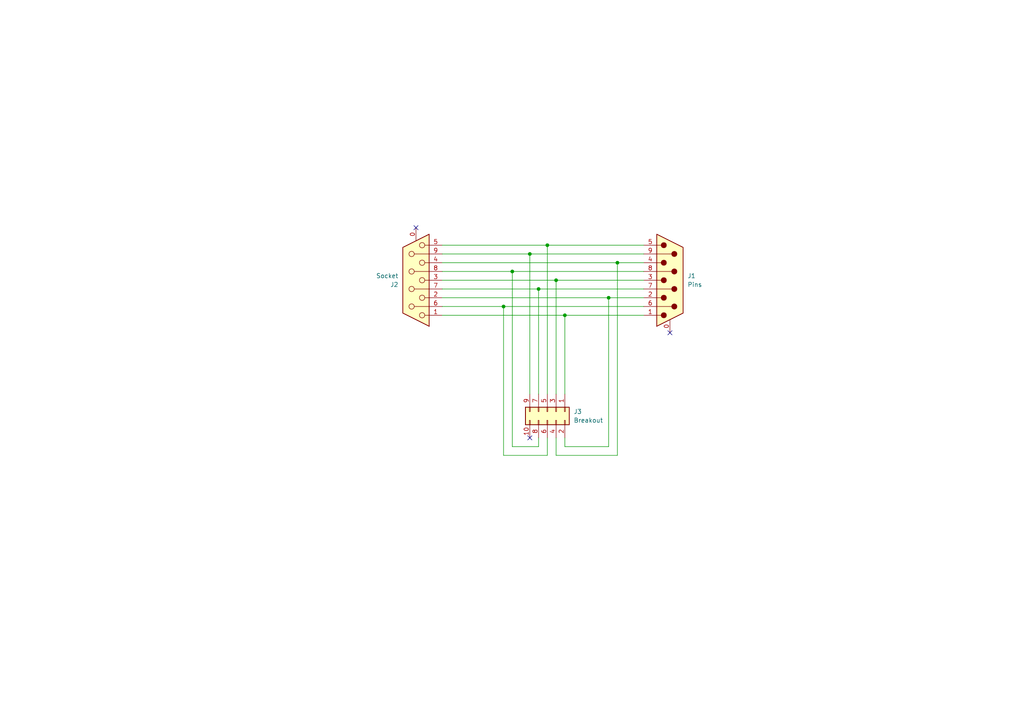
<source format=kicad_sch>
(kicad_sch (version 20250114) (generator "eeschema") (generator_version "9.0")
  (paper "A4")
  (lib_symbols
    (symbol "Connector:DE9_Pins_MountingHoles" (pin_names (offset 1.016) (hide yes))
      (property "Reference" "J" (at 0 16.51 0))
      (property "Value" "DE9_Pins_MountingHoles" (at 0 14.605 0))
      (symbol "DE9_Pins_MountingHoles_0_1"
        (polyline (pts (xy -3.81 10.16) (xy -2.54 10.16)))
        (polyline (pts (xy -3.81 7.62) (xy 0.508 7.62)))
        (polyline (pts (xy -3.81 5.08) (xy -2.54 5.08)))
        (polyline (pts (xy -3.81 2.54) (xy 0.508 2.54)))
        (polyline (pts (xy -3.81 0) (xy -2.54 0)))
        (polyline (pts (xy -3.81 -2.54) (xy 0.508 -2.54)))
        (polyline (pts (xy -3.81 -5.08) (xy -2.54 -5.08)))
        (polyline (pts (xy -3.81 -7.62) (xy 0.508 -7.62)))
        (polyline (pts (xy -3.81 -10.16) (xy -2.54 -10.16)))
        (polyline (pts (xy -3.81 -13.335) (xy -3.81 13.335) (xy 3.81 9.525) (xy 3.81 -9.525) (xy -3.81 -13.335)) (stroke (width 0.254)) (fill (type background)))
        (circle (center -1.778 10.16) (radius 0.762) (fill (type outline)))
        (circle (center -1.778 5.08) (radius 0.762) (fill (type outline)))
        (circle (center -1.778 0) (radius 0.762) (fill (type outline)))
        (circle (center -1.778 -5.08) (radius 0.762) (fill (type outline)))
        (circle (center -1.778 -10.16) (radius 0.762) (fill (type outline)))
        (circle (center 1.27 7.62) (radius 0.762) (fill (type outline)))
        (circle (center 1.27 2.54) (radius 0.762) (fill (type outline)))
        (circle (center 1.27 -2.54) (radius 0.762) (fill (type outline)))
        (circle (center 1.27 -7.62) (radius 0.762) (fill (type outline)))
      )
      (symbol "DE9_Pins_MountingHoles_1_1"
        (pin passive line (at -7.62 10.16 0) (length 3.81) (name "5") (number "5"))
        (pin passive line (at -7.62 7.62 0) (length 3.81) (name "9") (number "9"))
        (pin passive line (at -7.62 5.08 0) (length 3.81) (name "4") (number "4"))
        (pin passive line (at -7.62 2.54 0) (length 3.81) (name "8") (number "8"))
        (pin passive line (at -7.62 0 0) (length 3.81) (name "3") (number "3"))
        (pin passive line (at -7.62 -2.54 0) (length 3.81) (name "7") (number "7"))
        (pin passive line (at -7.62 -5.08 0) (length 3.81) (name "2") (number "2"))
        (pin passive line (at -7.62 -7.62 0) (length 3.81) (name "6") (number "6"))
        (pin passive line (at -7.62 -10.16 0) (length 3.81) (name "1") (number "1"))
        (pin passive line (at 0 -15.24 90) (length 3.81) (name "PAD") (number "0"))
      )
    )
    (symbol "Connector:DE9_Socket_MountingHoles" (pin_names (offset 1.016) (hide yes))
      (property "Reference" "J" (at 0 16.51 0))
      (property "Value" "DE9_Socket_MountingHoles" (at 0 14.605 0))
      (symbol "DE9_Socket_MountingHoles_0_1"
        (polyline (pts (xy -3.81 13.335) (xy -3.81 -13.335) (xy 3.81 -9.525) (xy 3.81 9.525) (xy -3.81 13.335)) (stroke (width 0.254)) (fill (type background)))
        (polyline (pts (xy -3.81 10.16) (xy -2.54 10.16)))
        (polyline (pts (xy -3.81 7.62) (xy 0.508 7.62)))
        (polyline (pts (xy -3.81 5.08) (xy -2.54 5.08)))
        (polyline (pts (xy -3.81 2.54) (xy 0.508 2.54)))
        (polyline (pts (xy -3.81 0) (xy -2.54 0)))
        (polyline (pts (xy -3.81 -2.54) (xy 0.508 -2.54)))
        (polyline (pts (xy -3.81 -5.08) (xy -2.54 -5.08)))
        (polyline (pts (xy -3.81 -7.62) (xy 0.508 -7.62)))
        (polyline (pts (xy -3.81 -10.16) (xy -2.54 -10.16)))
        (circle (center -1.778 10.16) (radius 0.762))
        (circle (center -1.778 5.08) (radius 0.762))
        (circle (center -1.778 0) (radius 0.762))
        (circle (center -1.778 -5.08) (radius 0.762))
        (circle (center -1.778 -10.16) (radius 0.762))
        (circle (center 1.27 7.62) (radius 0.762))
        (circle (center 1.27 2.54) (radius 0.762))
        (circle (center 1.27 -2.54) (radius 0.762))
        (circle (center 1.27 -7.62) (radius 0.762))
      )
      (symbol "DE9_Socket_MountingHoles_1_1"
        (pin passive line (at -7.62 10.16 0) (length 3.81) (name "1") (number "1"))
        (pin passive line (at -7.62 7.62 0) (length 3.81) (name "6") (number "6"))
        (pin passive line (at -7.62 5.08 0) (length 3.81) (name "2") (number "2"))
        (pin passive line (at -7.62 2.54 0) (length 3.81) (name "7") (number "7"))
        (pin passive line (at -7.62 0 0) (length 3.81) (name "3") (number "3"))
        (pin passive line (at -7.62 -2.54 0) (length 3.81) (name "8") (number "8"))
        (pin passive line (at -7.62 -5.08 0) (length 3.81) (name "4") (number "4"))
        (pin passive line (at -7.62 -7.62 0) (length 3.81) (name "9") (number "9"))
        (pin passive line (at -7.62 -10.16 0) (length 3.81) (name "5") (number "5"))
        (pin passive line (at 0 -15.24 90) (length 3.81) (name "PAD") (number "0"))
      )
    )
    (symbol "Connector_Generic:Conn_02x05_Odd_Even" (pin_names (offset 1.016) (hide yes))
      (property "Reference" "J" (at 1.27 7.62 0))
      (property "Value" "Conn_02x05_Odd_Even" (at 1.27 -7.62 0))
      (symbol "Conn_02x05_Odd_Even_1_1"
        (rectangle (start -1.27 6.35) (end 3.81 -6.35) (stroke (width 0.254)) (fill (type background)))
        (rectangle (start -1.27 5.207) (end 0 4.953) (stroke (width 0.1524)))
        (rectangle (start -1.27 2.667) (end 0 2.413) (stroke (width 0.1524)))
        (rectangle (start -1.27 0.127) (end 0 -0.127) (stroke (width 0.1524)))
        (rectangle (start -1.27 -2.413) (end 0 -2.667) (stroke (width 0.1524)))
        (rectangle (start -1.27 -4.953) (end 0 -5.207) (stroke (width 0.1524)))
        (rectangle (start 3.81 5.207) (end 2.54 4.953) (stroke (width 0.1524)))
        (rectangle (start 3.81 2.667) (end 2.54 2.413) (stroke (width 0.1524)))
        (rectangle (start 3.81 0.127) (end 2.54 -0.127) (stroke (width 0.1524)))
        (rectangle (start 3.81 -2.413) (end 2.54 -2.667) (stroke (width 0.1524)))
        (rectangle (start 3.81 -4.953) (end 2.54 -5.207) (stroke (width 0.1524)))
        (pin passive line (at -5.08 5.08 0) (length 3.81) (name "Pin_1") (number "1"))
        (pin passive line (at -5.08 2.54 0) (length 3.81) (name "Pin_3") (number "3"))
        (pin passive line (at -5.08 0 0) (length 3.81) (name "Pin_5") (number "5"))
        (pin passive line (at -5.08 -2.54 0) (length 3.81) (name "Pin_7") (number "7"))
        (pin passive line (at -5.08 -5.08 0) (length 3.81) (name "Pin_9") (number "9"))
        (pin passive line (at 7.62 5.08 180) (length 3.81) (name "Pin_2") (number "2"))
        (pin passive line (at 7.62 2.54 180) (length 3.81) (name "Pin_4") (number "4"))
        (pin passive line (at 7.62 0 180) (length 3.81) (name "Pin_6") (number "6"))
        (pin passive line (at 7.62 -2.54 180) (length 3.81) (name "Pin_8") (number "8"))
        (pin passive line (at 7.62 -5.08 180) (length 3.81) (name "Pin_10") (number "10"))
      )
    )
  )
  (junction (at 156.21 83.82))
  (junction (at 176.53 86.36))
  (junction (at 146.05 88.9))
  (junction (at 153.67 73.66))
  (junction (at 179.07 76.2))
  (junction (at 163.83 91.44))
  (junction (at 161.29 81.28))
  (junction (at 158.75 71.12))
  (junction (at 148.59 78.74))
  (no_connect (at 120.65 66.04))
  (no_connect (at 153.67 127))
  (no_connect (at 194.31 96.52))
  (wire (pts (xy 176.53 86.36) (xy 186.69 86.36)))
  (wire (pts (xy 148.59 129.54) (xy 148.59 78.74)))
  (wire (pts (xy 156.21 83.82) (xy 186.69 83.82)))
  (wire (pts (xy 158.75 71.12) (xy 158.75 114.3)))
  (wire (pts (xy 128.27 86.36) (xy 176.53 86.36)))
  (wire (pts (xy 163.83 129.54) (xy 163.83 127)))
  (wire (pts (xy 156.21 127) (xy 156.21 129.54)))
  (wire (pts (xy 163.83 129.54) (xy 176.53 129.54)))
  (wire (pts (xy 128.27 81.28) (xy 161.29 81.28)))
  (wire (pts (xy 128.27 83.82) (xy 156.21 83.82)))
  (wire (pts (xy 128.27 88.9) (xy 146.05 88.9)))
  (wire (pts (xy 176.53 129.54) (xy 176.53 86.36)))
  (wire (pts (xy 161.29 132.08) (xy 179.07 132.08)))
  (wire (pts (xy 128.27 73.66) (xy 153.67 73.66)))
  (wire (pts (xy 128.27 91.44) (xy 163.83 91.44)))
  (wire (pts (xy 158.75 71.12) (xy 186.69 71.12)))
  (wire (pts (xy 158.75 132.08) (xy 146.05 132.08)))
  (wire (pts (xy 128.27 78.74) (xy 148.59 78.74)))
  (wire (pts (xy 156.21 83.82) (xy 156.21 114.3)))
  (wire (pts (xy 163.83 91.44) (xy 186.69 91.44)))
  (wire (pts (xy 148.59 78.74) (xy 186.69 78.74)))
  (wire (pts (xy 146.05 132.08) (xy 146.05 88.9)))
  (wire (pts (xy 161.29 81.28) (xy 186.69 81.28)))
  (wire (pts (xy 156.21 129.54) (xy 148.59 129.54)))
  (wire (pts (xy 158.75 127) (xy 158.75 132.08)))
  (wire (pts (xy 146.05 88.9) (xy 186.69 88.9)))
  (wire (pts (xy 128.27 71.12) (xy 158.75 71.12)))
  (wire (pts (xy 161.29 81.28) (xy 161.29 114.3)))
  (wire (pts (xy 179.07 132.08) (xy 179.07 76.2)))
  (wire (pts (xy 163.83 91.44) (xy 163.83 114.3)))
  (wire (pts (xy 153.67 73.66) (xy 186.69 73.66)))
  (wire (pts (xy 161.29 127) (xy 161.29 132.08)))
  (wire (pts (xy 128.27 76.2) (xy 179.07 76.2)))
  (wire (pts (xy 179.07 76.2) (xy 186.69 76.2)))
  (wire (pts (xy 153.67 73.66) (xy 153.67 114.3)))
  (symbol (lib_id "Connector:DE9_Pins_MountingHoles") (at 194.31 81.28 0) (unit 1)
    (property "Reference" "J1" (at 199.39 80.0099 0) (effects (justify left)))
    (property "Value" "Pins" (at 199.39 82.5499 0) (effects (justify left)))
    (property "Footprint" "Connector_Dsub:DSUB-9_Pins_Horizontal_P2.77x2.84mm_EdgePinOffset7.70mm_Housed_MountingHolesOffset9.12mm" (effects (hide yes)))
    (property "Description" "9-pin D-SUB connector, pins (male), Mounting Hole" (effects (hide yes)))
  )
  (symbol (lib_id "Connector:DE9_Socket_MountingHoles") (at 120.65 81.28 180) (unit 1)
    (property "Reference" "J2" (at 115.57 82.5501 0) (effects (justify left)))
    (property "Value" "Socket" (at 115.57 80.0101 0) (effects (justify left)))
    (property "Footprint" "Connector_Dsub:DSUB-9_Socket_Horizontal_P2.77x2.84mm_EdgePinOffset7.70mm_Housed_MountingHolesOffset9.12mm" (effects (hide yes)))
    (property "Description" "9-pin D-SUB connector, socket (female), Mounting Hole" (effects (hide yes)))
  )
  (symbol (lib_id "Connector_Generic:Conn_02x05_Odd_Even") (at 158.75 119.38 270) (unit 1)
    (property "Reference" "J3" (at 166.37 119.3799 90) (effects (justify left)))
    (property "Value" "Breakout" (at 166.37 121.9199 90) (effects (justify left)))
    (property "Footprint" "Connector_PinHeader_2.54mm:PinHeader_2x05_P2.54mm_Vertical" (effects (hide yes)))
    (property "Description" "Generic connector, double row, 02x05, odd/even pin numbering scheme (row 1 odd numbers, row 2 even numbers), script generated (kicad-library-utils/schlib/autogen/connector/)" (effects (hide yes)))
  )
)
</source>
